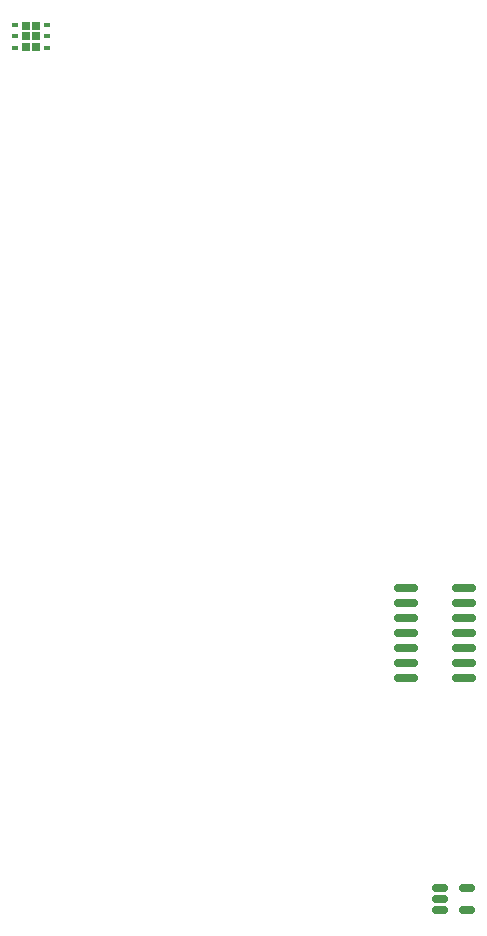
<source format=gbr>
%TF.GenerationSoftware,KiCad,Pcbnew,9.0.3-1.fc42*%
%TF.CreationDate,2025-08-02T14:35:42+08:00*%
%TF.ProjectId,art-coffee-coaster,6172742d-636f-4666-9665-652d636f6173,rev?*%
%TF.SameCoordinates,Original*%
%TF.FileFunction,Paste,Top*%
%TF.FilePolarity,Positive*%
%FSLAX46Y46*%
G04 Gerber Fmt 4.6, Leading zero omitted, Abs format (unit mm)*
G04 Created by KiCad (PCBNEW 9.0.3-1.fc42) date 2025-08-02 14:35:42*
%MOMM*%
%LPD*%
G01*
G04 APERTURE LIST*
G04 Aperture macros list*
%AMRoundRect*
0 Rectangle with rounded corners*
0 $1 Rounding radius*
0 $2 $3 $4 $5 $6 $7 $8 $9 X,Y pos of 4 corners*
0 Add a 4 corners polygon primitive as box body*
4,1,4,$2,$3,$4,$5,$6,$7,$8,$9,$2,$3,0*
0 Add four circle primitives for the rounded corners*
1,1,$1+$1,$2,$3*
1,1,$1+$1,$4,$5*
1,1,$1+$1,$6,$7*
1,1,$1+$1,$8,$9*
0 Add four rect primitives between the rounded corners*
20,1,$1+$1,$2,$3,$4,$5,0*
20,1,$1+$1,$4,$5,$6,$7,0*
20,1,$1+$1,$6,$7,$8,$9,0*
20,1,$1+$1,$8,$9,$2,$3,0*%
G04 Aperture macros list end*
%ADD10R,0.660000X0.730000*%
%ADD11R,0.630000X0.450000*%
%ADD12RoundRect,0.150000X-0.512500X-0.150000X0.512500X-0.150000X0.512500X0.150000X-0.512500X0.150000X0*%
%ADD13RoundRect,0.150000X0.825000X0.150000X-0.825000X0.150000X-0.825000X-0.150000X0.825000X-0.150000X0*%
G04 APERTURE END LIST*
D10*
X130315000Y-56604000D03*
X130315000Y-57470000D03*
X130315000Y-58336000D03*
X131165000Y-56604000D03*
X131165000Y-57470000D03*
X131165000Y-58336000D03*
D11*
X129400000Y-56520000D03*
X129400000Y-57470000D03*
X129400000Y-58420000D03*
X132080000Y-58420000D03*
X132080000Y-57470000D03*
X132080000Y-56520000D03*
D12*
X165365000Y-129540000D03*
X165365000Y-130490000D03*
X165365000Y-131440000D03*
X167640000Y-131440000D03*
X167640000Y-129540000D03*
D13*
X167386200Y-111760000D03*
X167386200Y-110490000D03*
X167386200Y-109220000D03*
X167386200Y-107950000D03*
X167386200Y-106680000D03*
X167386200Y-105410000D03*
X167386200Y-104140000D03*
X162436200Y-104140000D03*
X162436200Y-105410000D03*
X162436200Y-106680000D03*
X162436200Y-107950000D03*
X162436200Y-109220000D03*
X162436200Y-110490000D03*
X162436200Y-111760000D03*
M02*

</source>
